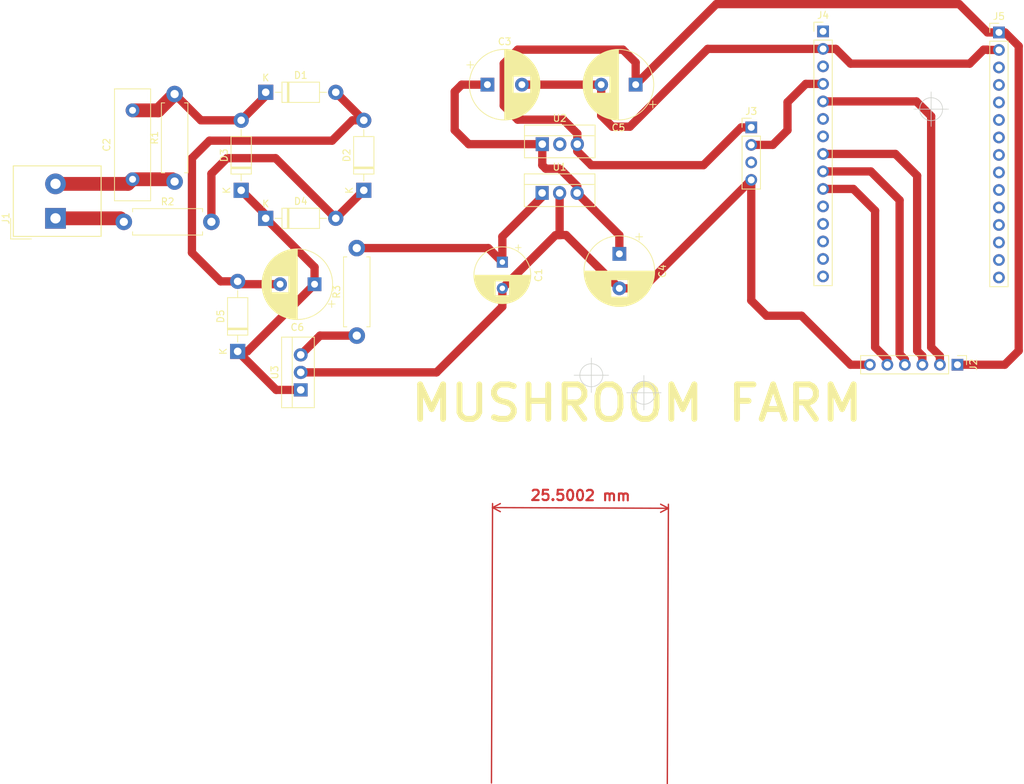
<source format=kicad_pcb>
(kicad_pcb (version 20211014) (generator pcbnew)
  (layers (0 "F.Cu" signal) (31 "B.Cu" signal) (34 "B.Paste" user) (35 "F.Paste" user) (36 "B.SilkS" user "B.Silkscreen") (37 "F.SilkS" user "F.Silkscreen") (38 "B.Mask" user) (39 "F.Mask" user) (44 "Edge.Cuts" user))
  (net 0 "")
  (net 1 "+24V")
  (net 2 "GND")
  (net 3 "Net-(C2-Pad1)")
  (net 4 "Net-(C2-Pad2)")
  (net 5 "+12V")
  (net 6 "+5V")
  (net 7 "Net-(C6-Pad2)")
  (net 8 "Net-(D2-Pad1)")
  (net 9 "Net-(C6-Pad1)")
  (net 12 "Data")
  (net 13 "Humidifier")
  (net 16 "LightControl")
  (net 17 "Heater")
  (net 18 "Cooler")
  (net 24 "Net-(J1-Pad1)")
  (net 39 "Net-(R3-Pad1)")
  (footprint "Package_TO_SOT_THT:TO-262-3_Vertical" (layer "F.Cu") (at 107.7214 122.520323 90)
    (fp_text reference "U3" (at 2.54 -3.77 90) (layer "F.SilkS"))
    (fp_text value "L7806")
    (pad "1" thru_hole rect (at 0 0 90) (size 1.905 2) (drill 1.1) (layers *.Cu *.Mask) (net 9 "Net-(C6-Pad1)"))
    (pad "2" thru_hole oval (at 2.54 0 90) (size 1.905 2) (drill 1.1) (layers *.Cu *.Mask) (net 2 "GND"))
    (pad "3" thru_hole oval (at 5.08 0 90) (size 1.905 2) (drill 1.1) (layers *.Cu *.Mask) (net 39 "Net-(R3-Pad1)"))
  )
  (footprint "Connector_PinHeader_2.54mm:PinHeader_1x04_P2.54mm_Vertical" (layer "F.Cu") (at 173.0502 84.430323)
    (fp_text reference "J3" (at 0 -2.33) (layer "F.SilkS"))
    (fp_text value "DHT22Conn")
    (pad "1" thru_hole rect (at 0 0) (size 1.7 1.7) (drill 1) (layers *.Cu *.Mask) (net 6 "+5V"))
    (pad "2" thru_hole oval (at 0 2.54) (size 1.7 1.7) (drill 1) (layers *.Cu *.Mask) (net 12 "Data"))
    (pad "3" thru_hole oval (at 0 5.08) (size 1.7 1.7) (drill 1) (layers *.Cu *.Mask))
    (pad "4" thru_hole oval (at 0 7.62) (size 1.7 1.7) (drill 1) (layers *.Cu *.Mask) (net 2 "GND"))
  )
  (footprint "TerminalBlock_Altech:Altech_AK300_1x02_P5.00mm_45-Degree" (layer "F.Cu") (at 72.1614 97.628323 90)
    (fp_text reference "J1" (at 0 -7.2 90) (layer "F.SilkS"))
    (fp_text value "Screw_Terminal_01x02")
    (pad "1" thru_hole rect (at 0 0 90) (size 3 3) (drill 1.5) (layers *.Cu *.Mask) (net 24 "Net-(J1-Pad1)"))
    (pad "2" thru_hole circle (at 5 0 90) (size 3 3) (drill 1.5) (layers *.Cu *.Mask) (net 3 "Net-(C2-Pad1)"))
  )
  (footprint "Connector_PinHeader_2.54mm:PinHeader_1x15_P2.54mm_Vertical" (layer "F.Cu") (at 183.4642 70.501123)
    (fp_text reference "J4" (at 0 -2.33) (layer "F.SilkS"))
    (fp_text value "ESP32pin")
    (pad "1" thru_hole rect (at 0 0) (size 1.7 1.7) (drill 1) (layers *.Cu *.Mask))
    (pad "2" thru_hole oval (at 0 2.54) (size 1.7 1.7) (drill 1) (layers *.Cu *.Mask) (net 2 "GND"))
    (pad "3" thru_hole oval (at 0 5.08) (size 1.7 1.7) (drill 1) (layers *.Cu *.Mask))
    (pad "4" thru_hole oval (at 0 7.62) (size 1.7 1.7) (drill 1) (layers *.Cu *.Mask) (net 12 "Data"))
    (pad "5" thru_hole oval (at 0 10.16) (size 1.7 1.7) (drill 1) (layers *.Cu *.Mask) (net 16 "LightControl"))
    (pad "6" thru_hole oval (at 0 12.7) (size 1.7 1.7) (drill 1) (layers *.Cu *.Mask))
    (pad "7" thru_hole oval (at 0 15.24) (size 1.7 1.7) (drill 1) (layers *.Cu *.Mask))
    (pad "8" thru_hole oval (at 0 17.78) (size 1.7 1.7) (drill 1) (layers *.Cu *.Mask) (net 18 "Cooler"))
    (pad "9" thru_hole oval (at 0 20.32) (size 1.7 1.7) (drill 1) (layers *.Cu *.Mask) (net 17 "Heater"))
    (pad "10" thru_hole oval (at 0 22.86) (size 1.7 1.7) (drill 1) (layers *.Cu *.Mask) (net 13 "Humidifier"))
    (pad "11" thru_hole oval (at 0 25.4) (size 1.7 1.7) (drill 1) (layers *.Cu *.Mask))
    (pad "12" thru_hole oval (at 0 27.94) (size 1.7 1.7) (drill 1) (layers *.Cu *.Mask))
    (pad "13" thru_hole oval (at 0 30.48) (size 1.7 1.7) (drill 1) (layers *.Cu *.Mask))
    (pad "14" thru_hole oval (at 0 33.02) (size 1.7 1.7) (drill 1) (layers *.Cu *.Mask))
    (pad "15" thru_hole oval (at 0 35.56) (size 1.7 1.7) (drill 1) (layers *.Cu *.Mask))
  )
  (footprint "Diode_THT:D_DO-41_SOD81_P10.16mm_Horizontal" (layer "F.Cu") (at 116.8654 93.564323 90)
    (fp_text reference "D2" (at 5.08 -2.47 90) (layer "F.SilkS"))
    (fp_text value "1N4007")
    (fp_text user "K" (at 0 -2.1 90) (layer "F.SilkS"))
    (pad "1" thru_hole rect (at 0 0 90) (size 2.2 2.2) (drill 1.1) (layers *.Cu *.Mask) (net 8 "Net-(D2-Pad1)"))
    (pad "2" thru_hole oval (at 10.16 0 90) (size 2.2 2.2) (drill 1.1) (layers *.Cu *.Mask) (net 7 "Net-(C6-Pad2)"))
  )
  (footprint "Package_TO_SOT_THT:TO-262-3_Vertical" (layer "F.Cu") (at 142.748 86.868)
    (fp_text reference "U2" (at 2.54 -3.77) (layer "F.SilkS"))
    (fp_text value "L7812")
    (pad "1" thru_hole rect (at 0 0) (size 1.905 2) (drill 1.1) (layers *.Cu *.Mask) (net 5 "+12V"))
    (pad "2" thru_hole oval (at 2.54 0) (size 1.905 2) (drill 1.1) (layers *.Cu *.Mask) (net 2 "GND"))
    (pad "3" thru_hole oval (at 5.08 0) (size 1.905 2) (drill 1.1) (layers *.Cu *.Mask) (net 6 "+5V"))
  )
  (footprint "Connector_PinHeader_2.54mm:PinHeader_1x06_P2.54mm_Vertical" (layer "F.Cu") (at 202.946 118.872 -90)
    (fp_text reference "J2" (at 0 -2.33 90) (layer "F.SilkS"))
    (fp_text value "RelayConn")
    (pad "1" thru_hole rect (at 0 0 270) (size 1.7 1.7) (drill 1) (layers *.Cu *.Mask) (net 6 "+5V"))
    (pad "2" thru_hole oval (at 0 2.54 270) (size 1.7 1.7) (drill 1) (layers *.Cu *.Mask) (net 16 "LightControl"))
    (pad "3" thru_hole oval (at 0 5.08 270) (size 1.7 1.7) (drill 1) (layers *.Cu *.Mask) (net 18 "Cooler"))
    (pad "4" thru_hole oval (at 0 7.62 270) (size 1.7 1.7) (drill 1) (layers *.Cu *.Mask) (net 17 "Heater"))
    (pad "5" thru_hole oval (at 0 10.16 270) (size 1.7 1.7) (drill 1) (layers *.Cu *.Mask) (net 13 "Humidifier"))
    (pad "6" thru_hole oval (at 0 12.7 270) (size 1.7 1.7) (drill 1) (layers *.Cu *.Mask) (net 2 "GND"))
  )
  (footprint "Capacitor_THT:C_Disc_D16.0mm_W5.0mm_P10.00mm" (layer "F.Cu") (at 83.3374 91.960323 90)
    (fp_text reference "C2" (at 5 -3.75 90) (layer "F.SilkS"))
    (fp_text value "1.25uF")
    (pad "1" thru_hole circle (at 0 0 90) (size 2 2) (drill 1) (layers *.Cu *.Mask) (net 3 "Net-(C2-Pad1)"))
    (pad "2" thru_hole circle (at 10 0 90) (size 2 2) (drill 1) (layers *.Cu *.Mask) (net 4 "Net-(C2-Pad2)"))
  )
  (footprint "Connector_PinHeader_2.54mm:PinHeader_1x15_P2.54mm_Vertical" (layer "F.Cu") (at 208.9658 70.653523)
    (fp_text reference "J5" (at 0 -2.33) (layer "F.SilkS"))
    (fp_text value "ESP32pin")
    (pad "1" thru_hole rect (at 0 0) (size 1.7 1.7) (drill 1) (layers *.Cu *.Mask) (net 6 "+5V"))
    (pad "2" thru_hole oval (at 0 2.54) (size 1.7 1.7) (drill 1) (layers *.Cu *.Mask) (net 2 "GND"))
    (pad "3" thru_hole oval (at 0 5.08) (size 1.7 1.7) (drill 1) (layers *.Cu *.Mask))
    (pad "4" thru_hole oval (at 0 7.62) (size 1.7 1.7) (drill 1) (layers *.Cu *.Mask))
    (pad "5" thru_hole oval (at 0 10.16) (size 1.7 1.7) (drill 1) (layers *.Cu *.Mask))
    (pad "6" thru_hole oval (at 0 12.7) (size 1.7 1.7) (drill 1) (layers *.Cu *.Mask))
    (pad "7" thru_hole oval (at 0 15.24) (size 1.7 1.7) (drill 1) (layers *.Cu *.Mask))
    (pad "8" thru_hole oval (at 0 17.78) (size 1.7 1.7) (drill 1) (layers *.Cu *.Mask))
    (pad "9" thru_hole oval (at 0 20.32) (size 1.7 1.7) (drill 1) (layers *.Cu *.Mask))
    (pad "10" thru_hole oval (at 0 22.86) (size 1.7 1.7) (drill 1) (layers *.Cu *.Mask))
    (pad "11" thru_hole oval (at 0 25.4) (size 1.7 1.7) (drill 1) (layers *.Cu *.Mask))
    (pad "12" thru_hole oval (at 0 27.94) (size 1.7 1.7) (drill 1) (layers *.Cu *.Mask))
    (pad "13" thru_hole oval (at 0 30.48) (size 1.7 1.7) (drill 1) (layers *.Cu *.Mask))
    (pad "14" thru_hole oval (at 0 33.02) (size 1.7 1.7) (drill 1) (layers *.Cu *.Mask))
    (pad "15" thru_hole oval (at 0 35.56) (size 1.7 1.7) (drill 1) (layers *.Cu *.Mask))
  )
  (footprint "Capacitor_THT:CP_Radial_D8.0mm_P3.80mm" (layer "F.Cu") (at 136.9568 103.982872 -90)
    (fp_text reference "C1" (at 1.9 -5.25 90) (layer "F.SilkS"))
    (fp_text value "0.33uF")
    (pad "1" thru_hole rect (at 0 0 270) (size 1.6 1.6) (drill 0.8) (layers *.Cu *.Mask) (net 1 "+24V"))
    (pad "2" thru_hole circle (at 3.8 0 270) (size 1.6 1.6) (drill 0.8) (layers *.Cu *.Mask) (net 2 "GND"))
  )
  (footprint "Capacitor_THT:CP_Radial_D10.0mm_P5.00mm" (layer "F.Cu") (at 153.924 102.788323 -90)
    (fp_text reference "C4" (at 2.5 -6.25 90) (layer "F.SilkS"))
    (fp_text value "0.33uF")
    (pad "1" thru_hole rect (at 0 0 270) (size 2 2) (drill 1) (layers *.Cu *.Mask) (net 5 "+12V"))
    (pad "2" thru_hole circle (at 5 0 270) (size 2 2) (drill 1) (layers *.Cu *.Mask) (net 2 "GND"))
  )
  (footprint "Capacitor_THT:CP_Radial_D10.0mm_P5.00mm" (layer "F.Cu") (at 156.291677 78.232 180)
    (fp_text reference "C5" (at 2.5 -6.25) (layer "F.SilkS"))
    (fp_text value "0.1uF")
    (pad "1" thru_hole rect (at 0 0 180) (size 2 2) (drill 1) (layers *.Cu *.Mask) (net 6 "+5V"))
    (pad "2" thru_hole circle (at 5 0 180) (size 2 2) (drill 1) (layers *.Cu *.Mask) (net 2 "GND"))
  )
  (footprint "Package_TO_SOT_THT:TO-262-3_Vertical" (layer "F.Cu") (at 142.7226 93.949123)
    (fp_text reference "U1" (at 2.54 -3.77) (layer "F.SilkS"))
    (fp_text value "L7812")
    (pad "1" thru_hole rect (at 0 0) (size 1.905 2) (drill 1.1) (layers *.Cu *.Mask) (net 1 "+24V"))
    (pad "2" thru_hole oval (at 2.54 0) (size 1.905 2) (drill 1.1) (layers *.Cu *.Mask) (net 2 "GND"))
    (pad "3" thru_hole oval (at 5.08 0) (size 1.905 2) (drill 1.1) (layers *.Cu *.Mask) (net 5 "+12V"))
  )
  (footprint "Resistor_THT:R_Axial_DIN0411_L9.9mm_D3.6mm_P12.70mm_Horizontal" (layer "F.Cu") (at 89.4334 92.294323 90)
    (fp_text reference "R1" (at 6.35 -2.92 90) (layer "F.SilkS"))
    (fp_text value "1M")
    (pad "1" thru_hole circle (at 0 0 90) (size 2.4 2.4) (drill 1.2) (layers *.Cu *.Mask) (net 3 "Net-(C2-Pad1)"))
    (pad "2" thru_hole oval (at 12.7 0 90) (size 2.4 2.4) (drill 1.2) (layers *.Cu *.Mask) (net 4 "Net-(C2-Pad2)"))
  )
  (footprint "Diode_THT:D_DO-41_SOD81_P10.16mm_Horizontal" (layer "F.Cu") (at 102.6414 97.628323)
    (fp_text reference "D4" (at 5.08 -2.47) (layer "F.SilkS"))
    (fp_text value "1N4007")
    (fp_text user "K" (at 0 -2.1) (layer "F.SilkS"))
    (pad "1" thru_hole rect (at 0 0) (size 2.2 2.2) (drill 1.1) (layers *.Cu *.Mask) (net 9 "Net-(C6-Pad1)"))
    (pad "2" thru_hole oval (at 10.16 0) (size 2.2 2.2) (drill 1.1) (layers *.Cu *.Mask) (net 8 "Net-(D2-Pad1)"))
  )
  (footprint "Resistor_THT:R_Axial_DIN0411_L9.9mm_D3.6mm_P12.70mm_Horizontal" (layer "F.Cu") (at 115.8494 114.646323 90)
    (fp_text reference "R3" (at 6.35 -2.92 90) (layer "F.SilkS"))
    (fp_text value "470")
    (pad "1" thru_hole circle (at 0 0 90) (size 2.4 2.4) (drill 1.2) (layers *.Cu *.Mask) (net 39 "Net-(R3-Pad1)"))
    (pad "2" thru_hole oval (at 12.7 0 90) (size 2.4 2.4) (drill 1.2) (layers *.Cu *.Mask) (net 1 "+24V"))
  )
  (footprint "Diode_THT:D_DO-41_SOD81_P10.16mm_Horizontal" (layer "F.Cu") (at 98.5774 116.932323 90)
    (fp_text reference "D5" (at 5.08 -2.47 90) (layer "F.SilkS"))
    (fp_text value "24v")
    (fp_text user "K" (at 0 -2.1 90) (layer "F.SilkS"))
    (pad "1" thru_hole rect (at 0 0 90) (size 2.2 2.2) (drill 1.1) (layers *.Cu *.Mask) (net 9 "Net-(C6-Pad1)"))
    (pad "2" thru_hole oval (at 10.16 0 90) (size 2.2 2.2) (drill 1.1) (layers *.Cu *.Mask) (net 7 "Net-(C6-Pad2)"))
  )
  (footprint "Diode_THT:D_DO-41_SOD81_P10.16mm_Horizontal" (layer "F.Cu") (at 99.0854 93.564323 90)
    (fp_text reference "D3" (at 5.08 -2.47 90) (layer "F.SilkS"))
    (fp_text value "1N4007")
    (fp_text user "K" (at 0 -2.1 90) (layer "F.SilkS"))
    (pad "1" thru_hole rect (at 0 0 90) (size 2.2 2.2) (drill 1.1) (layers *.Cu *.Mask) (net 9 "Net-(C6-Pad1)"))
    (pad "2" thru_hole oval (at 10.16 0 90) (size 2.2 2.2) (drill 1.1) (layers *.Cu *.Mask) (net 4 "Net-(C2-Pad2)"))
  )
  (footprint "Diode_THT:D_DO-41_SOD81_P10.16mm_Horizontal" (layer "F.Cu") (at 102.6414 79.340323)
    (fp_text reference "D1" (at 5.08 -2.47) (layer "F.SilkS"))
    (fp_text value "1N4007")
    (fp_text user "K" (at 0 -2.1) (layer "F.SilkS"))
    (pad "1" thru_hole rect (at 0 0) (size 2.2 2.2) (drill 1.1) (layers *.Cu *.Mask) (net 4 "Net-(C2-Pad2)"))
    (pad "2" thru_hole oval (at 10.16 0) (size 2.2 2.2) (drill 1.1) (layers *.Cu *.Mask) (net 7 "Net-(C6-Pad2)"))
  )
  (footprint "Capacitor_THT:CP_Radial_D10.0mm_P5.00mm" (layer "F.Cu") (at 134.792323 78.232)
    (fp_text reference "C3" (at 2.5 -6.25) (layer "F.SilkS"))
    (fp_text value "0.1uF")
    (pad "1" thru_hole rect (at 0 0) (size 2 2) (drill 1) (layers *.Cu *.Mask) (net 5 "+12V"))
    (pad "2" thru_hole circle (at 5 0) (size 2 2) (drill 1) (layers *.Cu *.Mask) (net 2 "GND"))
  )
  (footprint "Resistor_THT:R_Axial_DIN0411_L9.9mm_D3.6mm_P12.70mm_Horizontal" (layer "F.Cu") (at 82.0674 98.136323)
    (fp_text reference "R2" (at 6.35 -2.92) (layer "F.SilkS"))
    (fp_text value "220, 2w")
    (pad "1" thru_hole circle (at 0 0) (size 2.4 2.4) (drill 1.2) (layers *.Cu *.Mask) (net 24 "Net-(J1-Pad1)"))
    (pad "2" thru_hole oval (at 12.7 0) (size 2.4 2.4) (drill 1.2) (layers *.Cu *.Mask) (net 8 "Net-(D2-Pad1)"))
  )
  (footprint "Capacitor_THT:CP_Radial_D10.0mm_P5.00mm" (layer "F.Cu") (at 109.728 107.188 180)
    (fp_text reference "C6" (at 2.5 -6.25) (layer "F.SilkS"))
    (fp_text value "470uF")
    (pad "1" thru_hole rect (at 0 0 180) (size 2 2) (drill 1) (layers *.Cu *.Mask) (net 9 "Net-(C6-Pad1)"))
    (pad "2" thru_hole circle (at 5 0 180) (size 2 2) (drill 1) (layers *.Cu *.Mask) (net 7 "Net-(C6-Pad2)"))
  )
  (gr_text "MUSHROOM FARM" (at 156.464 124.46) (layer "F.SilkS") (effects (font (size 5 5) (thickness 0.85))))
  (dimension (type aligned) (layer "F.Cu") (pts (xy 135.377345 180.057024) (xy 160.877345 180.157024)) (height -40.457335) (gr_text "25.5002 mm" (at 148.293059 137.850014 359.7753118) (layer "F.Cu") (effects (font (size 1.5 1.5) (thickness 0.3)))) (format (units 3) (units_format 1) (precision 4)) (style (thickness 0.2) (arrow_length 1.27) (text_position_mode 0) (extension_height 0.58642) (extension_offset 0.5) keep_text_aligned))
  (target plus (at 199.136 81.788) (size 5) (width 0.1) (layer "Edge.Cuts"))
  (target plus (at 149.86 120.396) (size 5) (width 0.1) (layer "Edge.Cuts"))
  (target plus (at 157.48 122.936) (size 5) (width 0.1) (layer "Edge.Cuts"))
  (segment (start 142.7226 94.5134) (end 136.9568 100.2792) (width 1.2) (layer "F.Cu") (net 1))
  (segment (start 136.9568 100.2792) (end 136.9568 103.982872) (width 1.2) (layer "F.Cu") (net 1))
  (segment (start 142.7226 93.949123) (end 142.7226 94.5134) (width 1.2) (layer "F.Cu") (net 1))
  (segment (start 134.920251 101.946323) (end 136.9568 103.982872) (width 1.2) (layer "F.Cu") (net 1))
  (segment (start 115.8494 101.946323) (end 134.920251 101.946323) (width 1.2) (layer "F.Cu") (net 1))
  (segment (start 153.924 107.788323) (end 146.186277 100.0506) (width 1.2) (layer "F.Cu") (net 2))
  (segment (start 175.26 111.76) (end 173.0502 109.5502) (width 1.2) (layer "F.Cu") (net 2))
  (segment (start 187.452 118.872) (end 180.34 111.76) (width 1.2) (layer "F.Cu") (net 2))
  (segment (start 166.734877 73.041123) (end 155.448 84.328) (width 1.2) (layer "F.Cu") (net 2))
  (segment (start 153.924 107.788323) (end 157.3122 107.788323) (width 1.2) (layer "F.Cu") (net 2))
  (segment (start 136.9568 107.782872) (end 136.9568 110.4392) (width 1.2) (layer "F.Cu") (net 2))
  (segment (start 151.291677 82.711677) (end 151.291677 78.232) (width 1.2) (layer "F.Cu") (net 2))
  (segment (start 183.4642 73.041123) (end 166.734877 73.041123) (width 1.2) (layer "F.Cu") (net 2))
  (segment (start 136.9568 110.4392) (end 127.415677 119.980323) (width 1.2) (layer "F.Cu") (net 2))
  (segment (start 187.452 75.184) (end 185.309123 73.041123) (width 1.2) (layer "F.Cu") (net 2))
  (segment (start 208.9658 73.193523) (end 207.305523 73.193523) (width 1.2) (layer "F.Cu") (net 2))
  (segment (start 144.663672 100.076) (end 136.9568 107.782872) (width 1.2) (layer "F.Cu") (net 2))
  (segment (start 183.6166 73.193523) (end 183.4642 73.041123) (width 1.2) (layer "F.Cu") (net 2))
  (segment (start 145.2626 100.0506) (end 145.288 100.076) (width 1.2) (layer "F.Cu") (net 2))
  (segment (start 190.246 118.872) (end 187.452 118.872) (width 1.2) (layer "F.Cu") (net 2))
  (segment (start 145.2626 93.949123) (end 145.2626 100.0506) (width 1.2) (layer "F.Cu") (net 2))
  (segment (start 206.756 73.152) (end 204.724 75.184) (width 1.2) (layer "F.Cu") (net 2))
  (segment (start 145.288 93.923723) (end 145.2626 93.949123) (width 1.2) (layer "F.Cu") (net 2))
  (segment (start 180.34 111.76) (end 175.26 111.76) (width 1.2) (layer "F.Cu") (net 2))
  (segment (start 157.3122 107.788323) (end 173.0502 92.050323) (width 1.2) (layer "F.Cu") (net 2))
  (segment (start 207.264 73.152) (end 206.756 73.152) (width 1.2) (layer "F.Cu") (net 2))
  (segment (start 152.908 84.328) (end 151.291677 82.711677) (width 1.2) (layer "F.Cu") (net 2))
  (segment (start 146.186277 100.0506) (end 145.2626 100.0506) (width 1.2) (layer "F.Cu") (net 2))
  (segment (start 127.415677 119.980323) (end 107.7214 119.980323) (width 1.2) (layer "F.Cu") (net 2))
  (segment (start 145.288 100.076) (end 144.663672 100.076) (width 1.2) (layer "F.Cu") (net 2))
  (segment (start 204.724 75.184) (end 187.452 75.184) (width 1.2) (layer "F.Cu") (net 2))
  (segment (start 173.0502 109.5502) (end 173.0502 92.050323) (width 1.2) (layer "F.Cu") (net 2))
  (segment (start 185.309123 73.041123) (end 183.4642 73.041123) (width 1.2) (layer "F.Cu") (net 2))
  (segment (start 151.291677 78.232) (end 139.792323 78.232) (width 1.2) (layer "F.Cu") (net 2))
  (segment (start 155.448 84.328) (end 152.908 84.328) (width 1.2) (layer "F.Cu") (net 2))
  (segment (start 207.305523 73.193523) (end 207.264 73.152) (width 1.2) (layer "F.Cu") (net 2))
  (segment (start 83.3374 91.960323) (end 89.0994 91.960323) (width 2) (layer "F.Cu") (net 3))
  (segment (start 72.1614 92.628323) (end 82.6694 92.628323) (width 2) (layer "F.Cu") (net 3))
  (segment (start 82.6694 92.628323) (end 83.3374 91.960323) (width 2) (layer "F.Cu") (net 3))
  (segment (start 89.0994 91.960323) (end 89.4334 92.294323) (width 2) (layer "F.Cu") (net 3))
  (segment (start 102.6414 79.340323) (end 102.6414 79.848323) (width 1.2) (layer "F.Cu") (net 4))
  (segment (start 83.3374 81.960323) (end 87.0674 81.960323) (width 2) (layer "F.Cu") (net 4))
  (segment (start 87.0674 81.960323) (end 89.4334 79.594323) (width 2) (layer "F.Cu") (net 4))
  (segment (start 93.2434 83.404323) (end 89.4334 79.594323) (width 1.2) (layer "F.Cu") (net 4))
  (segment (start 99.0854 83.404323) (end 93.2434 83.404323) (width 1.2) (layer "F.Cu") (net 4))
  (segment (start 102.6414 79.848323) (end 99.0854 83.404323) (width 1.2) (layer "F.Cu") (net 4))
  (segment (start 145.288 90.424) (end 143.256 90.424) (width 1.2) (layer "F.Cu") (net 5))
  (segment (start 131.064 78.232) (end 130.048 79.248) (width 1.2) (layer "F.Cu") (net 5))
  (segment (start 153.924 102.788323) (end 153.924 100.070523) (width 1.2) (layer "F.Cu") (net 5))
  (segment (start 143.256 90.424) (end 142.748 89.916) (width 1.2) (layer "F.Cu") (net 5))
  (segment (start 153.924 100.070523) (end 147.8026 93.949123) (width 1.2) (layer "F.Cu") (net 5))
  (segment (start 147.828 93.923723) (end 147.8026 93.949123) (width 1.2) (layer "F.Cu") (net 5))
  (segment (start 147.8026 92.9386) (end 145.288 90.424) (width 1.2) (layer "F.Cu") (net 5))
  (segment (start 130.048 84.836) (end 132.08 86.868) (width 1.2) (layer "F.Cu") (net 5))
  (segment (start 142.748 89.916) (end 142.748 86.868) (width 1.2) (layer "F.Cu") (net 5))
  (segment (start 147.8026 93.949123) (end 147.8026 92.9386) (width 1.2) (layer "F.Cu") (net 5))
  (segment (start 130.048 79.248) (end 130.048 84.836) (width 1.2) (layer "F.Cu") (net 5))
  (segment (start 132.08 86.868) (end 142.748 86.868) (width 1.2) (layer "F.Cu") (net 5))
  (segment (start 134.792323 78.232) (end 131.064 78.232) (width 1.2) (layer "F.Cu") (net 5))
  (segment (start 156.291677 78.232) (end 156.291677 75.011677) (width 1.2) (layer "F.Cu") (net 6))
  (segment (start 154.432 73.152) (end 139.192 73.152) (width 1.2) (layer "F.Cu") (net 6))
  (segment (start 203.2 66.548) (end 167.975677 66.548) (width 1.2) (layer "F.Cu") (net 6))
  (segment (start 147.828 87.884) (end 147.828 86.868) (width 1.2) (layer "F.Cu") (net 6))
  (segment (start 173.0502 84.430323) (end 171.601677 84.430323) (width 1.2) (layer "F.Cu") (net 6))
  (segment (start 139.192 83.312) (end 145.796 83.312) (width 1.2) (layer "F.Cu") (net 6))
  (segment (start 208.9658 70.653523) (end 207.305523 70.653523) (width 1.2) (layer "F.Cu") (net 6))
  (segment (start 137.16 75.184) (end 137.16 81.28) (width 1.2) (layer "F.Cu") (net 6))
  (segment (start 202.946 118.872) (end 209.804 118.872) (width 1.2) (layer "F.Cu") (net 6))
  (segment (start 147.828 85.344) (end 147.828 86.868) (width 1.2) (layer "F.Cu") (net 6))
  (segment (start 167.975677 66.548) (end 156.291677 78.232) (width 1.2) (layer "F.Cu") (net 6))
  (segment (start 207.305523 70.653523) (end 203.2 66.548) (width 1.2) (layer "F.Cu") (net 6))
  (segment (start 171.601677 84.430323) (end 166.116 89.916) (width 1.2) (layer "F.Cu") (net 6))
  (segment (start 145.796 83.312) (end 147.828 85.344) (width 1.2) (layer "F.Cu") (net 6))
  (segment (start 139.192 73.152) (end 137.16 75.184) (width 1.2) (layer "F.Cu") (net 6))
  (segment (start 137.16 81.28) (end 139.192 83.312) (width 1.2) (layer "F.Cu") (net 6))
  (segment (start 156.291677 75.011677) (end 154.432 73.152) (width 1.2) (layer "F.Cu") (net 6))
  (segment (start 211.836 72.644) (end 209.845523 70.653523) (width 1.2) (layer "F.Cu") (net 6))
  (segment (start 211.836 116.84) (end 211.836 72.644) (width 1.2) (layer "F.Cu") (net 6))
  (segment (start 149.86 89.916) (end 147.828 87.884) (width 1.2) (layer "F.Cu") (net 6))
  (segment (start 209.804 118.872) (end 211.836 116.84) (width 1.2) (layer "F.Cu") (net 6))
  (segment (start 166.116 89.916) (end 149.86 89.916) (width 1.2) (layer "F.Cu") (net 6))
  (segment (start 209.845523 70.653523) (end 208.9658 70.653523) (width 1.2) (layer "F.Cu") (net 6))
  (segment (start 96.104323 106.772323) (end 98.5774 106.772323) (width 1.2) (layer "F.Cu") (net 7))
  (segment (start 94.488 86.36) (end 91.948 88.9) (width 1.2) (layer "F.Cu") (net 7))
  (segment (start 116.8654 83.404323) (end 115.223677 83.404323) (width 1.2) (layer "F.Cu") (net 7))
  (segment (start 98.993077 107.188) (end 98.5774 106.772323) (width 1.2) (layer "F.Cu") (net 7))
  (segment (start 115.223677 83.404323) (end 112.268 86.36) (width 1.2) (layer "F.Cu") (net 7))
  (segment (start 91.948 88.9) (end 91.948 102.616) (width 1.2) (layer "F.Cu") (net 7))
  (segment (start 91.948 102.616) (end 96.104323 106.772323) (width 1.2) (layer "F.Cu") (net 7))
  (segment (start 112.268 86.36) (end 94.488 86.36) (width 1.2) (layer "F.Cu") (net 7))
  (segment (start 104.728 107.188) (end 98.993077 107.188) (width 1.2) (layer "F.Cu") (net 7))
  (segment (start 112.8014 79.340323) (end 116.8654 83.404323) (width 1.2) (layer "F.Cu") (net 7))
  (segment (start 94.7674 91.1606) (end 97.028 88.9) (width 1.2) (layer "F.Cu") (net 8))
  (segment (start 97.028 88.9) (end 104.073077 88.9) (width 1.2) (layer "F.Cu") (net 8))
  (segment (start 94.7674 98.136323) (end 94.7674 91.1606) (width 1.2) (layer "F.Cu") (net 8))
  (segment (start 104.073077 88.9) (end 112.8014 97.628323) (width 1.2) (layer "F.Cu") (net 8))
  (segment (start 116.8654 93.564323) (end 112.8014 97.628323) (width 1.2) (layer "F.Cu") (net 8))
  (segment (start 109.728 104.714923) (end 102.6414 97.628323) (width 1.2) (layer "F.Cu") (net 9))
  (segment (start 99.983677 116.932323) (end 109.728 107.188) (width 1.2) (layer "F.Cu") (net 9))
  (segment (start 107.7214 122.520323) (end 104.1654 122.520323) (width 1.2) (layer "F.Cu") (net 9))
  (segment (start 109.728 107.188) (end 109.728 104.714923) (width 1.2) (layer "F.Cu") (net 9))
  (segment (start 98.5774 116.932323) (end 99.983677 116.932323) (width 1.2) (layer "F.Cu") (net 9))
  (segment (start 102.6414 97.120323) (end 99.0854 93.564323) (width 1.2) (layer "F.Cu") (net 9))
  (segment (start 102.6414 97.628323) (end 102.6414 97.120323) (width 1.2) (layer "F.Cu") (net 9))
  (segment (start 104.1654 122.520323) (end 98.5774 116.932323) (width 1.2) (layer "F.Cu") (net 9))
  (segment (start 176.173677 86.970323) (end 178.308 84.836) (width 1.2) (layer "F.Cu") (net 12))
  (segment (start 178.308 84.836) (end 178.308 80.772) (width 1.2) (layer "F.Cu") (net 12))
  (segment (start 180.958877 78.121123) (end 183.4642 78.121123) (width 1.2) (layer "F.Cu") (net 12))
  (segment (start 178.308 80.772) (end 180.958877 78.121123) (width 1.2) (layer "F.Cu") (net 12))
  (segment (start 173.0502 86.970323) (end 176.173677 86.970323) (width 1.2) (layer "F.Cu") (net 12))
  (segment (start 192.786 118.872) (end 192.786 118.11) (width 1.2) (layer "F.Cu") (net 13))
  (segment (start 191.008 96.52) (end 187.849123 93.361123) (width 1.2) (layer "F.Cu") (net 13))
  (segment (start 192.786 118.11) (end 191.008 116.332) (width 1.2) (layer "F.Cu") (net 13))
  (segment (start 187.849123 93.361123) (end 183.4642 93.361123) (width 1.2) (layer "F.Cu") (net 13))
  (segment (start 191.008 116.332) (end 191.008 96.52) (width 1.2) (layer "F.Cu") (net 13))
  (segment (start 196.993123 80.661123) (end 183.4642 80.661123) (width 1.2) (layer "F.Cu") (net 16))
  (segment (start 200.406 118.872) (end 200.406 117.602) (width 1.2) (layer "F.Cu") (net 16))
  (segment (start 199.136 82.804) (end 196.993123 80.661123) (width 1.2) (layer "F.Cu") (net 16))
  (segment (start 199.136 116.332) (end 199.136 82.804) (width 1.2) (layer "F.Cu") (net 16))
  (segment (start 200.406 117.602) (end 199.136 116.332) (width 1.2) (layer "F.Cu") (net 16))
  (segment (start 195.326 118.872) (end 195.326 118.11) (width 1.2) (layer "F.Cu") (net 17))
  (segment (start 194.564 94.996) (end 190.389123 90.821123) (width 1.2) (layer "F.Cu") (net 17))
  (segment (start 194.564 117.348) (end 194.564 94.996) (width 1.2) (layer "F.Cu") (net 17))
  (segment (start 195.326 118.11) (end 194.564 117.348) (width 1.2) (layer "F.Cu") (net 17))
  (segment (start 190.389123 90.821123) (end 183.4642 90.821123) (width 1.2) (layer "F.Cu") (net 17))
  (segment (start 193.945123 88.281123) (end 183.4642 88.281123) (width 1.2) (layer "F.Cu") (net 18))
  (segment (start 197.866 117.602) (end 197.104 116.84) (width 1.2) (layer "F.Cu") (net 18))
  (segment (start 197.104 116.84) (end 197.104 91.44) (width 1.2) (layer "F.Cu") (net 18))
  (segment (start 197.866 118.872) (end 197.866 117.602) (width 1.2) (layer "F.Cu") (net 18))
  (segment (start 197.104 91.44) (end 193.945123 88.281123) (width 1.2) (layer "F.Cu") (net 18))
  (segment (start 72.1614 97.628323) (end 81.5594 97.628323) (width 2) (layer "F.Cu") (net 24))
  (segment (start 81.5594 97.628323) (end 82.0674 98.136323) (width 2) (layer "F.Cu") (net 24))
  (segment (start 110.5154 114.646323) (end 107.7214 117.440323) (width 1.2) (layer "F.Cu") (net 39))
  (segment (start 115.8494 114.646323) (end 110.5154 114.646323) (width 1.2) (layer "F.Cu") (net 39))
)
</source>
